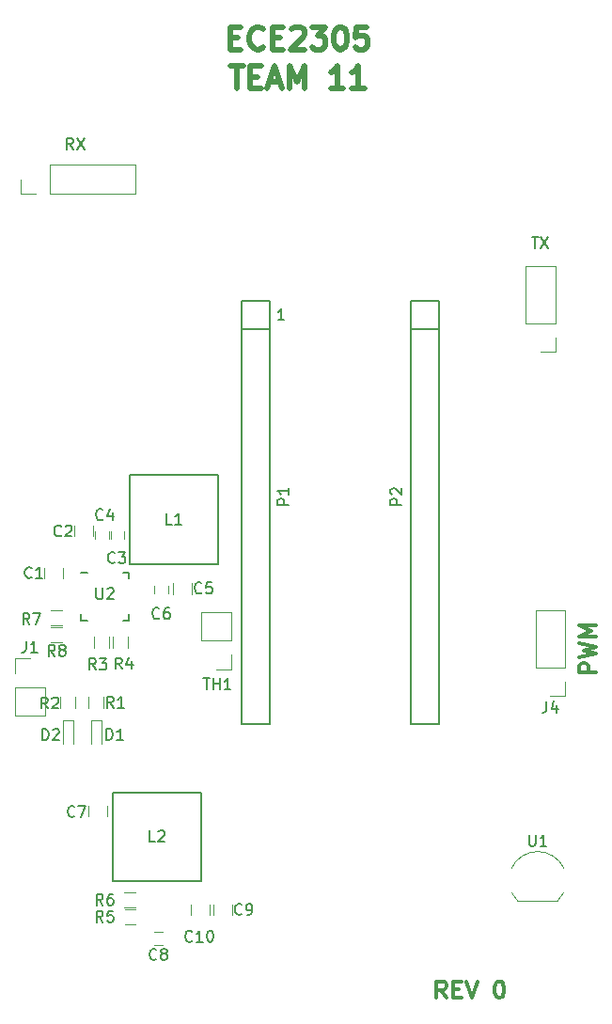
<source format=gbr>
G04 #@! TF.FileFunction,Legend,Top*
%FSLAX46Y46*%
G04 Gerber Fmt 4.6, Leading zero omitted, Abs format (unit mm)*
G04 Created by KiCad (PCBNEW 4.0.6) date 04/05/18 00:59:02*
%MOMM*%
%LPD*%
G01*
G04 APERTURE LIST*
%ADD10C,0.100000*%
%ADD11C,0.300000*%
%ADD12C,0.500000*%
%ADD13C,0.150000*%
%ADD14C,0.120000*%
G04 APERTURE END LIST*
D10*
D11*
X170096571Y-103453143D02*
X168596571Y-103453143D01*
X168596571Y-102881715D01*
X168668000Y-102738857D01*
X168739429Y-102667429D01*
X168882286Y-102596000D01*
X169096571Y-102596000D01*
X169239429Y-102667429D01*
X169310857Y-102738857D01*
X169382286Y-102881715D01*
X169382286Y-103453143D01*
X168596571Y-102096000D02*
X170096571Y-101738857D01*
X169025143Y-101453143D01*
X170096571Y-101167429D01*
X168596571Y-100810286D01*
X170096571Y-100238857D02*
X168596571Y-100238857D01*
X169668000Y-99738857D01*
X168596571Y-99238857D01*
X170096571Y-99238857D01*
X156607144Y-132758571D02*
X156107144Y-132044286D01*
X155750001Y-132758571D02*
X155750001Y-131258571D01*
X156321429Y-131258571D01*
X156464287Y-131330000D01*
X156535715Y-131401429D01*
X156607144Y-131544286D01*
X156607144Y-131758571D01*
X156535715Y-131901429D01*
X156464287Y-131972857D01*
X156321429Y-132044286D01*
X155750001Y-132044286D01*
X157250001Y-131972857D02*
X157750001Y-131972857D01*
X157964287Y-132758571D02*
X157250001Y-132758571D01*
X157250001Y-131258571D01*
X157964287Y-131258571D01*
X158392858Y-131258571D02*
X158892858Y-132758571D01*
X159392858Y-131258571D01*
X161321429Y-131258571D02*
X161464286Y-131258571D01*
X161607143Y-131330000D01*
X161678572Y-131401429D01*
X161750001Y-131544286D01*
X161821429Y-131830000D01*
X161821429Y-132187143D01*
X161750001Y-132472857D01*
X161678572Y-132615714D01*
X161607143Y-132687143D01*
X161464286Y-132758571D01*
X161321429Y-132758571D01*
X161178572Y-132687143D01*
X161107143Y-132615714D01*
X161035715Y-132472857D01*
X160964286Y-132187143D01*
X160964286Y-131830000D01*
X161035715Y-131544286D01*
X161107143Y-131401429D01*
X161178572Y-131330000D01*
X161321429Y-131258571D01*
D12*
X137176642Y-46303643D02*
X137843309Y-46303643D01*
X138129023Y-47351262D02*
X137176642Y-47351262D01*
X137176642Y-45351262D01*
X138129023Y-45351262D01*
X140129024Y-47160786D02*
X140033786Y-47256024D01*
X139748071Y-47351262D01*
X139557595Y-47351262D01*
X139271881Y-47256024D01*
X139081405Y-47065548D01*
X138986166Y-46875071D01*
X138890928Y-46494119D01*
X138890928Y-46208405D01*
X138986166Y-45827452D01*
X139081405Y-45636976D01*
X139271881Y-45446500D01*
X139557595Y-45351262D01*
X139748071Y-45351262D01*
X140033786Y-45446500D01*
X140129024Y-45541738D01*
X140986166Y-46303643D02*
X141652833Y-46303643D01*
X141938547Y-47351262D02*
X140986166Y-47351262D01*
X140986166Y-45351262D01*
X141938547Y-45351262D01*
X142700452Y-45541738D02*
X142795690Y-45446500D01*
X142986167Y-45351262D01*
X143462357Y-45351262D01*
X143652833Y-45446500D01*
X143748071Y-45541738D01*
X143843310Y-45732214D01*
X143843310Y-45922690D01*
X143748071Y-46208405D01*
X142605214Y-47351262D01*
X143843310Y-47351262D01*
X144509976Y-45351262D02*
X145748072Y-45351262D01*
X145081405Y-46113167D01*
X145367119Y-46113167D01*
X145557595Y-46208405D01*
X145652833Y-46303643D01*
X145748072Y-46494119D01*
X145748072Y-46970310D01*
X145652833Y-47160786D01*
X145557595Y-47256024D01*
X145367119Y-47351262D01*
X144795691Y-47351262D01*
X144605214Y-47256024D01*
X144509976Y-47160786D01*
X146986167Y-45351262D02*
X147176643Y-45351262D01*
X147367119Y-45446500D01*
X147462357Y-45541738D01*
X147557595Y-45732214D01*
X147652834Y-46113167D01*
X147652834Y-46589357D01*
X147557595Y-46970310D01*
X147462357Y-47160786D01*
X147367119Y-47256024D01*
X147176643Y-47351262D01*
X146986167Y-47351262D01*
X146795691Y-47256024D01*
X146700453Y-47160786D01*
X146605214Y-46970310D01*
X146509976Y-46589357D01*
X146509976Y-46113167D01*
X146605214Y-45732214D01*
X146700453Y-45541738D01*
X146795691Y-45446500D01*
X146986167Y-45351262D01*
X149462357Y-45351262D02*
X148509976Y-45351262D01*
X148414738Y-46303643D01*
X148509976Y-46208405D01*
X148700453Y-46113167D01*
X149176643Y-46113167D01*
X149367119Y-46208405D01*
X149462357Y-46303643D01*
X149557596Y-46494119D01*
X149557596Y-46970310D01*
X149462357Y-47160786D01*
X149367119Y-47256024D01*
X149176643Y-47351262D01*
X148700453Y-47351262D01*
X148509976Y-47256024D01*
X148414738Y-47160786D01*
X137176642Y-48851262D02*
X138319499Y-48851262D01*
X137748071Y-50851262D02*
X137748071Y-48851262D01*
X138986166Y-49803643D02*
X139652833Y-49803643D01*
X139938547Y-50851262D02*
X138986166Y-50851262D01*
X138986166Y-48851262D01*
X139938547Y-48851262D01*
X140700452Y-50279833D02*
X141652833Y-50279833D01*
X140509976Y-50851262D02*
X141176643Y-48851262D01*
X141843310Y-50851262D01*
X142509976Y-50851262D02*
X142509976Y-48851262D01*
X143176643Y-50279833D01*
X143843310Y-48851262D01*
X143843310Y-50851262D01*
X147367120Y-50851262D02*
X146224262Y-50851262D01*
X146795691Y-50851262D02*
X146795691Y-48851262D01*
X146605215Y-49136976D01*
X146414739Y-49327452D01*
X146224262Y-49422690D01*
X149271882Y-50851262D02*
X148129024Y-50851262D01*
X148700453Y-50851262D02*
X148700453Y-48851262D01*
X148509977Y-49136976D01*
X148319501Y-49327452D01*
X148129024Y-49422690D01*
D13*
X142017715Y-71699381D02*
X141446286Y-71699381D01*
X141732000Y-71699381D02*
X141732000Y-70699381D01*
X141636762Y-70842238D01*
X141541524Y-70937476D01*
X141446286Y-70985095D01*
X140716000Y-72517000D02*
X140716000Y-69977000D01*
X140716000Y-69977000D02*
X138176000Y-69977000D01*
X138176000Y-69977000D02*
X138176000Y-72517000D01*
X140716000Y-72517000D02*
X140716000Y-108077000D01*
X140716000Y-108077000D02*
X138176000Y-108077000D01*
X138176000Y-108077000D02*
X138176000Y-72517000D01*
X138176000Y-72517000D02*
X140716000Y-72517000D01*
X155956000Y-72517000D02*
X155956000Y-69977000D01*
X155956000Y-69977000D02*
X153416000Y-69977000D01*
X153416000Y-69977000D02*
X153416000Y-72517000D01*
X155956000Y-72517000D02*
X155956000Y-108077000D01*
X155956000Y-108077000D02*
X153416000Y-108077000D01*
X153416000Y-108077000D02*
X153416000Y-72517000D01*
X153416000Y-72517000D02*
X155956000Y-72517000D01*
D14*
X120435000Y-94004000D02*
X120435000Y-95004000D01*
X122135000Y-95004000D02*
X122135000Y-94004000D01*
X124802000Y-91194000D02*
X124802000Y-90194000D01*
X123102000Y-90194000D02*
X123102000Y-91194000D01*
X126400000Y-91397000D02*
X126400000Y-90697000D01*
X127600000Y-90697000D02*
X127600000Y-91397000D01*
X125003000Y-91421000D02*
X125003000Y-90721000D01*
X126203000Y-90721000D02*
X126203000Y-91421000D01*
X133692000Y-96385000D02*
X133692000Y-95385000D01*
X131992000Y-95385000D02*
X131992000Y-96385000D01*
X130337000Y-96362000D02*
X130337000Y-95662000D01*
X131537000Y-95662000D02*
X131537000Y-96362000D01*
X126072000Y-116435000D02*
X126072000Y-115435000D01*
X124372000Y-115435000D02*
X124372000Y-116435000D01*
X130333000Y-126781000D02*
X131033000Y-126781000D01*
X131033000Y-127981000D02*
X130333000Y-127981000D01*
X135675000Y-124325000D02*
X135675000Y-125325000D01*
X137375000Y-125325000D02*
X137375000Y-124325000D01*
X133643000Y-124325000D02*
X133643000Y-125325000D01*
X135343000Y-125325000D02*
X135343000Y-124325000D01*
X125595000Y-107755000D02*
X124595000Y-107755000D01*
X124595000Y-107755000D02*
X124595000Y-109855000D01*
X125595000Y-107755000D02*
X125595000Y-109855000D01*
X123055000Y-107755000D02*
X122055000Y-107755000D01*
X122055000Y-107755000D02*
X122055000Y-109855000D01*
X123055000Y-107755000D02*
X123055000Y-109855000D01*
X117796000Y-107375000D02*
X120456000Y-107375000D01*
X117796000Y-104775000D02*
X117796000Y-107375000D01*
X120456000Y-104775000D02*
X120456000Y-107375000D01*
X117796000Y-104775000D02*
X120456000Y-104775000D01*
X117796000Y-103505000D02*
X117796000Y-102175000D01*
X117796000Y-102175000D02*
X119126000Y-102175000D01*
X128584000Y-60385000D02*
X128584000Y-57725000D01*
X120904000Y-60385000D02*
X128584000Y-60385000D01*
X120904000Y-57725000D02*
X128584000Y-57725000D01*
X120904000Y-60385000D02*
X120904000Y-57725000D01*
X119634000Y-60385000D02*
X118304000Y-60385000D01*
X118304000Y-60385000D02*
X118304000Y-59055000D01*
X166430000Y-66869000D02*
X163770000Y-66869000D01*
X166430000Y-72009000D02*
X166430000Y-66869000D01*
X163770000Y-72009000D02*
X163770000Y-66869000D01*
X166430000Y-72009000D02*
X163770000Y-72009000D01*
X166430000Y-73279000D02*
X166430000Y-74609000D01*
X166430000Y-74609000D02*
X165100000Y-74609000D01*
D13*
X136080000Y-85662000D02*
X136080000Y-93662000D01*
X128080000Y-85662000D02*
X136080000Y-85662000D01*
X128080000Y-93662000D02*
X128080000Y-85662000D01*
X136080000Y-93662000D02*
X128080000Y-93662000D01*
X134556000Y-122237000D02*
X126556000Y-122237000D01*
X134556000Y-114237000D02*
X134556000Y-122237000D01*
X126556000Y-114237000D02*
X134556000Y-114237000D01*
X126556000Y-122237000D02*
X126556000Y-114237000D01*
D14*
X124415000Y-106660000D02*
X124415000Y-105660000D01*
X125775000Y-105660000D02*
X125775000Y-106660000D01*
X121875000Y-106660000D02*
X121875000Y-105660000D01*
X123235000Y-105660000D02*
X123235000Y-106660000D01*
X124923000Y-101223000D02*
X124923000Y-100223000D01*
X126283000Y-100223000D02*
X126283000Y-101223000D01*
X127934000Y-100199000D02*
X127934000Y-101199000D01*
X126574000Y-101199000D02*
X126574000Y-100199000D01*
X128655000Y-126156000D02*
X127655000Y-126156000D01*
X127655000Y-124796000D02*
X128655000Y-124796000D01*
X127631000Y-123272000D02*
X128631000Y-123272000D01*
X128631000Y-124632000D02*
X127631000Y-124632000D01*
X121027000Y-97872000D02*
X122027000Y-97872000D01*
X122027000Y-99232000D02*
X121027000Y-99232000D01*
X121027000Y-99396000D02*
X122027000Y-99396000D01*
X122027000Y-100756000D02*
X121027000Y-100756000D01*
X137220000Y-97984000D02*
X134560000Y-97984000D01*
X137220000Y-100584000D02*
X137220000Y-97984000D01*
X134560000Y-100584000D02*
X134560000Y-97984000D01*
X137220000Y-100584000D02*
X134560000Y-100584000D01*
X137220000Y-101854000D02*
X137220000Y-103184000D01*
X137220000Y-103184000D02*
X135890000Y-103184000D01*
X163046000Y-124024000D02*
X166646000Y-124024000D01*
X162521816Y-123296795D02*
G75*
G03X163046000Y-124024000I2324184J1122795D01*
G01*
X162489600Y-121075193D02*
G75*
G02X164846000Y-119574000I2356400J-1098807D01*
G01*
X167202400Y-121075193D02*
G75*
G03X164846000Y-119574000I-2356400J-1098807D01*
G01*
X167170184Y-123296795D02*
G75*
G02X166646000Y-124024000I-2324184J1122795D01*
G01*
D13*
X128034714Y-94443000D02*
X128034714Y-94968000D01*
X123734714Y-98743000D02*
X123734714Y-98218000D01*
X128034714Y-98743000D02*
X128034714Y-98218000D01*
X123734714Y-94443000D02*
X124259714Y-94443000D01*
X123734714Y-98743000D02*
X124259714Y-98743000D01*
X128034714Y-98743000D02*
X127509714Y-98743000D01*
X128034714Y-94443000D02*
X127509714Y-94443000D01*
D14*
X167319000Y-97857000D02*
X164659000Y-97857000D01*
X167319000Y-102997000D02*
X167319000Y-97857000D01*
X164659000Y-102997000D02*
X164659000Y-97857000D01*
X167319000Y-102997000D02*
X164659000Y-102997000D01*
X167319000Y-104267000D02*
X167319000Y-105597000D01*
X167319000Y-105597000D02*
X165989000Y-105597000D01*
D13*
X142438381Y-88368095D02*
X141438381Y-88368095D01*
X141438381Y-87987142D01*
X141486000Y-87891904D01*
X141533619Y-87844285D01*
X141628857Y-87796666D01*
X141771714Y-87796666D01*
X141866952Y-87844285D01*
X141914571Y-87891904D01*
X141962190Y-87987142D01*
X141962190Y-88368095D01*
X142438381Y-86844285D02*
X142438381Y-87415714D01*
X142438381Y-87130000D02*
X141438381Y-87130000D01*
X141581238Y-87225238D01*
X141676476Y-87320476D01*
X141724095Y-87415714D01*
X152598381Y-88368095D02*
X151598381Y-88368095D01*
X151598381Y-87987142D01*
X151646000Y-87891904D01*
X151693619Y-87844285D01*
X151788857Y-87796666D01*
X151931714Y-87796666D01*
X152026952Y-87844285D01*
X152074571Y-87891904D01*
X152122190Y-87987142D01*
X152122190Y-88368095D01*
X151693619Y-87415714D02*
X151646000Y-87368095D01*
X151598381Y-87272857D01*
X151598381Y-87034761D01*
X151646000Y-86939523D01*
X151693619Y-86891904D01*
X151788857Y-86844285D01*
X151884095Y-86844285D01*
X152026952Y-86891904D01*
X152598381Y-87463333D01*
X152598381Y-86844285D01*
X119276834Y-94861143D02*
X119229215Y-94908762D01*
X119086358Y-94956381D01*
X118991120Y-94956381D01*
X118848262Y-94908762D01*
X118753024Y-94813524D01*
X118705405Y-94718286D01*
X118657786Y-94527810D01*
X118657786Y-94384952D01*
X118705405Y-94194476D01*
X118753024Y-94099238D01*
X118848262Y-94004000D01*
X118991120Y-93956381D01*
X119086358Y-93956381D01*
X119229215Y-94004000D01*
X119276834Y-94051619D01*
X120229215Y-94956381D02*
X119657786Y-94956381D01*
X119943500Y-94956381D02*
X119943500Y-93956381D01*
X119848262Y-94099238D01*
X119753024Y-94194476D01*
X119657786Y-94242095D01*
X121943834Y-91098643D02*
X121896215Y-91146262D01*
X121753358Y-91193881D01*
X121658120Y-91193881D01*
X121515262Y-91146262D01*
X121420024Y-91051024D01*
X121372405Y-90955786D01*
X121324786Y-90765310D01*
X121324786Y-90622452D01*
X121372405Y-90431976D01*
X121420024Y-90336738D01*
X121515262Y-90241500D01*
X121658120Y-90193881D01*
X121753358Y-90193881D01*
X121896215Y-90241500D01*
X121943834Y-90289119D01*
X122324786Y-90289119D02*
X122372405Y-90241500D01*
X122467643Y-90193881D01*
X122705739Y-90193881D01*
X122800977Y-90241500D01*
X122848596Y-90289119D01*
X122896215Y-90384357D01*
X122896215Y-90479595D01*
X122848596Y-90622452D01*
X122277167Y-91193881D01*
X122896215Y-91193881D01*
X126769834Y-93511643D02*
X126722215Y-93559262D01*
X126579358Y-93606881D01*
X126484120Y-93606881D01*
X126341262Y-93559262D01*
X126246024Y-93464024D01*
X126198405Y-93368786D01*
X126150786Y-93178310D01*
X126150786Y-93035452D01*
X126198405Y-92844976D01*
X126246024Y-92749738D01*
X126341262Y-92654500D01*
X126484120Y-92606881D01*
X126579358Y-92606881D01*
X126722215Y-92654500D01*
X126769834Y-92702119D01*
X127103167Y-92606881D02*
X127722215Y-92606881D01*
X127388881Y-92987833D01*
X127531739Y-92987833D01*
X127626977Y-93035452D01*
X127674596Y-93083071D01*
X127722215Y-93178310D01*
X127722215Y-93416405D01*
X127674596Y-93511643D01*
X127626977Y-93559262D01*
X127531739Y-93606881D01*
X127246024Y-93606881D01*
X127150786Y-93559262D01*
X127103167Y-93511643D01*
X125690334Y-89638143D02*
X125642715Y-89685762D01*
X125499858Y-89733381D01*
X125404620Y-89733381D01*
X125261762Y-89685762D01*
X125166524Y-89590524D01*
X125118905Y-89495286D01*
X125071286Y-89304810D01*
X125071286Y-89161952D01*
X125118905Y-88971476D01*
X125166524Y-88876238D01*
X125261762Y-88781000D01*
X125404620Y-88733381D01*
X125499858Y-88733381D01*
X125642715Y-88781000D01*
X125690334Y-88828619D01*
X126547477Y-89066714D02*
X126547477Y-89733381D01*
X126309381Y-88685762D02*
X126071286Y-89400048D01*
X126690334Y-89400048D01*
X134580334Y-96242143D02*
X134532715Y-96289762D01*
X134389858Y-96337381D01*
X134294620Y-96337381D01*
X134151762Y-96289762D01*
X134056524Y-96194524D01*
X134008905Y-96099286D01*
X133961286Y-95908810D01*
X133961286Y-95765952D01*
X134008905Y-95575476D01*
X134056524Y-95480238D01*
X134151762Y-95385000D01*
X134294620Y-95337381D01*
X134389858Y-95337381D01*
X134532715Y-95385000D01*
X134580334Y-95432619D01*
X135485096Y-95337381D02*
X135008905Y-95337381D01*
X134961286Y-95813571D01*
X135008905Y-95765952D01*
X135104143Y-95718333D01*
X135342239Y-95718333D01*
X135437477Y-95765952D01*
X135485096Y-95813571D01*
X135532715Y-95908810D01*
X135532715Y-96146905D01*
X135485096Y-96242143D01*
X135437477Y-96289762D01*
X135342239Y-96337381D01*
X135104143Y-96337381D01*
X135008905Y-96289762D01*
X134961286Y-96242143D01*
X130770334Y-98528143D02*
X130722715Y-98575762D01*
X130579858Y-98623381D01*
X130484620Y-98623381D01*
X130341762Y-98575762D01*
X130246524Y-98480524D01*
X130198905Y-98385286D01*
X130151286Y-98194810D01*
X130151286Y-98051952D01*
X130198905Y-97861476D01*
X130246524Y-97766238D01*
X130341762Y-97671000D01*
X130484620Y-97623381D01*
X130579858Y-97623381D01*
X130722715Y-97671000D01*
X130770334Y-97718619D01*
X131627477Y-97623381D02*
X131437000Y-97623381D01*
X131341762Y-97671000D01*
X131294143Y-97718619D01*
X131198905Y-97861476D01*
X131151286Y-98051952D01*
X131151286Y-98432905D01*
X131198905Y-98528143D01*
X131246524Y-98575762D01*
X131341762Y-98623381D01*
X131532239Y-98623381D01*
X131627477Y-98575762D01*
X131675096Y-98528143D01*
X131722715Y-98432905D01*
X131722715Y-98194810D01*
X131675096Y-98099571D01*
X131627477Y-98051952D01*
X131532239Y-98004333D01*
X131341762Y-98004333D01*
X131246524Y-98051952D01*
X131198905Y-98099571D01*
X131151286Y-98194810D01*
X123150334Y-116371643D02*
X123102715Y-116419262D01*
X122959858Y-116466881D01*
X122864620Y-116466881D01*
X122721762Y-116419262D01*
X122626524Y-116324024D01*
X122578905Y-116228786D01*
X122531286Y-116038310D01*
X122531286Y-115895452D01*
X122578905Y-115704976D01*
X122626524Y-115609738D01*
X122721762Y-115514500D01*
X122864620Y-115466881D01*
X122959858Y-115466881D01*
X123102715Y-115514500D01*
X123150334Y-115562119D01*
X123483667Y-115466881D02*
X124150334Y-115466881D01*
X123721762Y-116466881D01*
X130516334Y-129238143D02*
X130468715Y-129285762D01*
X130325858Y-129333381D01*
X130230620Y-129333381D01*
X130087762Y-129285762D01*
X129992524Y-129190524D01*
X129944905Y-129095286D01*
X129897286Y-128904810D01*
X129897286Y-128761952D01*
X129944905Y-128571476D01*
X129992524Y-128476238D01*
X130087762Y-128381000D01*
X130230620Y-128333381D01*
X130325858Y-128333381D01*
X130468715Y-128381000D01*
X130516334Y-128428619D01*
X131087762Y-128761952D02*
X130992524Y-128714333D01*
X130944905Y-128666714D01*
X130897286Y-128571476D01*
X130897286Y-128523857D01*
X130944905Y-128428619D01*
X130992524Y-128381000D01*
X131087762Y-128333381D01*
X131278239Y-128333381D01*
X131373477Y-128381000D01*
X131421096Y-128428619D01*
X131468715Y-128523857D01*
X131468715Y-128571476D01*
X131421096Y-128666714D01*
X131373477Y-128714333D01*
X131278239Y-128761952D01*
X131087762Y-128761952D01*
X130992524Y-128809571D01*
X130944905Y-128857190D01*
X130897286Y-128952429D01*
X130897286Y-129142905D01*
X130944905Y-129238143D01*
X130992524Y-129285762D01*
X131087762Y-129333381D01*
X131278239Y-129333381D01*
X131373477Y-129285762D01*
X131421096Y-129238143D01*
X131468715Y-129142905D01*
X131468715Y-128952429D01*
X131421096Y-128857190D01*
X131373477Y-128809571D01*
X131278239Y-128761952D01*
X138199834Y-125182143D02*
X138152215Y-125229762D01*
X138009358Y-125277381D01*
X137914120Y-125277381D01*
X137771262Y-125229762D01*
X137676024Y-125134524D01*
X137628405Y-125039286D01*
X137580786Y-124848810D01*
X137580786Y-124705952D01*
X137628405Y-124515476D01*
X137676024Y-124420238D01*
X137771262Y-124325000D01*
X137914120Y-124277381D01*
X138009358Y-124277381D01*
X138152215Y-124325000D01*
X138199834Y-124372619D01*
X138676024Y-125277381D02*
X138866500Y-125277381D01*
X138961739Y-125229762D01*
X139009358Y-125182143D01*
X139104596Y-125039286D01*
X139152215Y-124848810D01*
X139152215Y-124467857D01*
X139104596Y-124372619D01*
X139056977Y-124325000D01*
X138961739Y-124277381D01*
X138771262Y-124277381D01*
X138676024Y-124325000D01*
X138628405Y-124372619D01*
X138580786Y-124467857D01*
X138580786Y-124705952D01*
X138628405Y-124801190D01*
X138676024Y-124848810D01*
X138771262Y-124896429D01*
X138961739Y-124896429D01*
X139056977Y-124848810D01*
X139104596Y-124801190D01*
X139152215Y-124705952D01*
X133723143Y-127611143D02*
X133675524Y-127658762D01*
X133532667Y-127706381D01*
X133437429Y-127706381D01*
X133294571Y-127658762D01*
X133199333Y-127563524D01*
X133151714Y-127468286D01*
X133104095Y-127277810D01*
X133104095Y-127134952D01*
X133151714Y-126944476D01*
X133199333Y-126849238D01*
X133294571Y-126754000D01*
X133437429Y-126706381D01*
X133532667Y-126706381D01*
X133675524Y-126754000D01*
X133723143Y-126801619D01*
X134675524Y-127706381D02*
X134104095Y-127706381D01*
X134389809Y-127706381D02*
X134389809Y-126706381D01*
X134294571Y-126849238D01*
X134199333Y-126944476D01*
X134104095Y-126992095D01*
X135294571Y-126706381D02*
X135389810Y-126706381D01*
X135485048Y-126754000D01*
X135532667Y-126801619D01*
X135580286Y-126896857D01*
X135627905Y-127087333D01*
X135627905Y-127325429D01*
X135580286Y-127515905D01*
X135532667Y-127611143D01*
X135485048Y-127658762D01*
X135389810Y-127706381D01*
X135294571Y-127706381D01*
X135199333Y-127658762D01*
X135151714Y-127611143D01*
X135104095Y-127515905D01*
X135056476Y-127325429D01*
X135056476Y-127087333D01*
X135104095Y-126896857D01*
X135151714Y-126801619D01*
X135199333Y-126754000D01*
X135294571Y-126706381D01*
X126007905Y-109507381D02*
X126007905Y-108507381D01*
X126246000Y-108507381D01*
X126388858Y-108555000D01*
X126484096Y-108650238D01*
X126531715Y-108745476D01*
X126579334Y-108935952D01*
X126579334Y-109078810D01*
X126531715Y-109269286D01*
X126484096Y-109364524D01*
X126388858Y-109459762D01*
X126246000Y-109507381D01*
X126007905Y-109507381D01*
X127531715Y-109507381D02*
X126960286Y-109507381D01*
X127246000Y-109507381D02*
X127246000Y-108507381D01*
X127150762Y-108650238D01*
X127055524Y-108745476D01*
X126960286Y-108793095D01*
X120229405Y-109545381D02*
X120229405Y-108545381D01*
X120467500Y-108545381D01*
X120610358Y-108593000D01*
X120705596Y-108688238D01*
X120753215Y-108783476D01*
X120800834Y-108973952D01*
X120800834Y-109116810D01*
X120753215Y-109307286D01*
X120705596Y-109402524D01*
X120610358Y-109497762D01*
X120467500Y-109545381D01*
X120229405Y-109545381D01*
X121181786Y-108640619D02*
X121229405Y-108593000D01*
X121324643Y-108545381D01*
X121562739Y-108545381D01*
X121657977Y-108593000D01*
X121705596Y-108640619D01*
X121753215Y-108735857D01*
X121753215Y-108831095D01*
X121705596Y-108973952D01*
X121134167Y-109545381D01*
X121753215Y-109545381D01*
X118792667Y-100627381D02*
X118792667Y-101341667D01*
X118745047Y-101484524D01*
X118649809Y-101579762D01*
X118506952Y-101627381D01*
X118411714Y-101627381D01*
X119792667Y-101627381D02*
X119221238Y-101627381D01*
X119506952Y-101627381D02*
X119506952Y-100627381D01*
X119411714Y-100770238D01*
X119316476Y-100865476D01*
X119221238Y-100913095D01*
X123023334Y-56332381D02*
X122690000Y-55856190D01*
X122451905Y-56332381D02*
X122451905Y-55332381D01*
X122832858Y-55332381D01*
X122928096Y-55380000D01*
X122975715Y-55427619D01*
X123023334Y-55522857D01*
X123023334Y-55665714D01*
X122975715Y-55760952D01*
X122928096Y-55808571D01*
X122832858Y-55856190D01*
X122451905Y-55856190D01*
X123356667Y-55332381D02*
X124023334Y-56332381D01*
X124023334Y-55332381D02*
X123356667Y-56332381D01*
X164338095Y-64222381D02*
X164909524Y-64222381D01*
X164623809Y-65222381D02*
X164623809Y-64222381D01*
X165147619Y-64222381D02*
X165814286Y-65222381D01*
X165814286Y-64222381D02*
X165147619Y-65222381D01*
X131913334Y-90114381D02*
X131437143Y-90114381D01*
X131437143Y-89114381D01*
X132770477Y-90114381D02*
X132199048Y-90114381D01*
X132484762Y-90114381D02*
X132484762Y-89114381D01*
X132389524Y-89257238D01*
X132294286Y-89352476D01*
X132199048Y-89400095D01*
X130389334Y-118689381D02*
X129913143Y-118689381D01*
X129913143Y-117689381D01*
X130675048Y-117784619D02*
X130722667Y-117737000D01*
X130817905Y-117689381D01*
X131056001Y-117689381D01*
X131151239Y-117737000D01*
X131198858Y-117784619D01*
X131246477Y-117879857D01*
X131246477Y-117975095D01*
X131198858Y-118117952D01*
X130627429Y-118689381D01*
X131246477Y-118689381D01*
X126642834Y-106624381D02*
X126309500Y-106148190D01*
X126071405Y-106624381D02*
X126071405Y-105624381D01*
X126452358Y-105624381D01*
X126547596Y-105672000D01*
X126595215Y-105719619D01*
X126642834Y-105814857D01*
X126642834Y-105957714D01*
X126595215Y-106052952D01*
X126547596Y-106100571D01*
X126452358Y-106148190D01*
X126071405Y-106148190D01*
X127595215Y-106624381D02*
X127023786Y-106624381D01*
X127309500Y-106624381D02*
X127309500Y-105624381D01*
X127214262Y-105767238D01*
X127119024Y-105862476D01*
X127023786Y-105910095D01*
X120737334Y-106687881D02*
X120404000Y-106211690D01*
X120165905Y-106687881D02*
X120165905Y-105687881D01*
X120546858Y-105687881D01*
X120642096Y-105735500D01*
X120689715Y-105783119D01*
X120737334Y-105878357D01*
X120737334Y-106021214D01*
X120689715Y-106116452D01*
X120642096Y-106164071D01*
X120546858Y-106211690D01*
X120165905Y-106211690D01*
X121118286Y-105783119D02*
X121165905Y-105735500D01*
X121261143Y-105687881D01*
X121499239Y-105687881D01*
X121594477Y-105735500D01*
X121642096Y-105783119D01*
X121689715Y-105878357D01*
X121689715Y-105973595D01*
X121642096Y-106116452D01*
X121070667Y-106687881D01*
X121689715Y-106687881D01*
X125055334Y-103195381D02*
X124722000Y-102719190D01*
X124483905Y-103195381D02*
X124483905Y-102195381D01*
X124864858Y-102195381D01*
X124960096Y-102243000D01*
X125007715Y-102290619D01*
X125055334Y-102385857D01*
X125055334Y-102528714D01*
X125007715Y-102623952D01*
X124960096Y-102671571D01*
X124864858Y-102719190D01*
X124483905Y-102719190D01*
X125388667Y-102195381D02*
X126007715Y-102195381D01*
X125674381Y-102576333D01*
X125817239Y-102576333D01*
X125912477Y-102623952D01*
X125960096Y-102671571D01*
X126007715Y-102766810D01*
X126007715Y-103004905D01*
X125960096Y-103100143D01*
X125912477Y-103147762D01*
X125817239Y-103195381D01*
X125531524Y-103195381D01*
X125436286Y-103147762D01*
X125388667Y-103100143D01*
X127404834Y-103131881D02*
X127071500Y-102655690D01*
X126833405Y-103131881D02*
X126833405Y-102131881D01*
X127214358Y-102131881D01*
X127309596Y-102179500D01*
X127357215Y-102227119D01*
X127404834Y-102322357D01*
X127404834Y-102465214D01*
X127357215Y-102560452D01*
X127309596Y-102608071D01*
X127214358Y-102655690D01*
X126833405Y-102655690D01*
X128261977Y-102465214D02*
X128261977Y-103131881D01*
X128023881Y-102084262D02*
X127785786Y-102798548D01*
X128404834Y-102798548D01*
X125690334Y-125928381D02*
X125357000Y-125452190D01*
X125118905Y-125928381D02*
X125118905Y-124928381D01*
X125499858Y-124928381D01*
X125595096Y-124976000D01*
X125642715Y-125023619D01*
X125690334Y-125118857D01*
X125690334Y-125261714D01*
X125642715Y-125356952D01*
X125595096Y-125404571D01*
X125499858Y-125452190D01*
X125118905Y-125452190D01*
X126595096Y-124928381D02*
X126118905Y-124928381D01*
X126071286Y-125404571D01*
X126118905Y-125356952D01*
X126214143Y-125309333D01*
X126452239Y-125309333D01*
X126547477Y-125356952D01*
X126595096Y-125404571D01*
X126642715Y-125499810D01*
X126642715Y-125737905D01*
X126595096Y-125833143D01*
X126547477Y-125880762D01*
X126452239Y-125928381D01*
X126214143Y-125928381D01*
X126118905Y-125880762D01*
X126071286Y-125833143D01*
X125690334Y-124404381D02*
X125357000Y-123928190D01*
X125118905Y-124404381D02*
X125118905Y-123404381D01*
X125499858Y-123404381D01*
X125595096Y-123452000D01*
X125642715Y-123499619D01*
X125690334Y-123594857D01*
X125690334Y-123737714D01*
X125642715Y-123832952D01*
X125595096Y-123880571D01*
X125499858Y-123928190D01*
X125118905Y-123928190D01*
X126547477Y-123404381D02*
X126357000Y-123404381D01*
X126261762Y-123452000D01*
X126214143Y-123499619D01*
X126118905Y-123642476D01*
X126071286Y-123832952D01*
X126071286Y-124213905D01*
X126118905Y-124309143D01*
X126166524Y-124356762D01*
X126261762Y-124404381D01*
X126452239Y-124404381D01*
X126547477Y-124356762D01*
X126595096Y-124309143D01*
X126642715Y-124213905D01*
X126642715Y-123975810D01*
X126595096Y-123880571D01*
X126547477Y-123832952D01*
X126452239Y-123785333D01*
X126261762Y-123785333D01*
X126166524Y-123832952D01*
X126118905Y-123880571D01*
X126071286Y-123975810D01*
X119086334Y-99131381D02*
X118753000Y-98655190D01*
X118514905Y-99131381D02*
X118514905Y-98131381D01*
X118895858Y-98131381D01*
X118991096Y-98179000D01*
X119038715Y-98226619D01*
X119086334Y-98321857D01*
X119086334Y-98464714D01*
X119038715Y-98559952D01*
X118991096Y-98607571D01*
X118895858Y-98655190D01*
X118514905Y-98655190D01*
X119419667Y-98131381D02*
X120086334Y-98131381D01*
X119657762Y-99131381D01*
X121360334Y-101978381D02*
X121027000Y-101502190D01*
X120788905Y-101978381D02*
X120788905Y-100978381D01*
X121169858Y-100978381D01*
X121265096Y-101026000D01*
X121312715Y-101073619D01*
X121360334Y-101168857D01*
X121360334Y-101311714D01*
X121312715Y-101406952D01*
X121265096Y-101454571D01*
X121169858Y-101502190D01*
X120788905Y-101502190D01*
X121931762Y-101406952D02*
X121836524Y-101359333D01*
X121788905Y-101311714D01*
X121741286Y-101216476D01*
X121741286Y-101168857D01*
X121788905Y-101073619D01*
X121836524Y-101026000D01*
X121931762Y-100978381D01*
X122122239Y-100978381D01*
X122217477Y-101026000D01*
X122265096Y-101073619D01*
X122312715Y-101168857D01*
X122312715Y-101216476D01*
X122265096Y-101311714D01*
X122217477Y-101359333D01*
X122122239Y-101406952D01*
X121931762Y-101406952D01*
X121836524Y-101454571D01*
X121788905Y-101502190D01*
X121741286Y-101597429D01*
X121741286Y-101787905D01*
X121788905Y-101883143D01*
X121836524Y-101930762D01*
X121931762Y-101978381D01*
X122122239Y-101978381D01*
X122217477Y-101930762D01*
X122265096Y-101883143D01*
X122312715Y-101787905D01*
X122312715Y-101597429D01*
X122265096Y-101502190D01*
X122217477Y-101454571D01*
X122122239Y-101406952D01*
X134731286Y-103973381D02*
X135302715Y-103973381D01*
X135017000Y-104973381D02*
X135017000Y-103973381D01*
X135636048Y-104973381D02*
X135636048Y-103973381D01*
X135636048Y-104449571D02*
X136207477Y-104449571D01*
X136207477Y-104973381D02*
X136207477Y-103973381D01*
X137207477Y-104973381D02*
X136636048Y-104973381D01*
X136921762Y-104973381D02*
X136921762Y-103973381D01*
X136826524Y-104116238D01*
X136731286Y-104211476D01*
X136636048Y-104259095D01*
X164084095Y-118066381D02*
X164084095Y-118875905D01*
X164131714Y-118971143D01*
X164179333Y-119018762D01*
X164274571Y-119066381D01*
X164465048Y-119066381D01*
X164560286Y-119018762D01*
X164607905Y-118971143D01*
X164655524Y-118875905D01*
X164655524Y-118066381D01*
X165655524Y-119066381D02*
X165084095Y-119066381D01*
X165369809Y-119066381D02*
X165369809Y-118066381D01*
X165274571Y-118209238D01*
X165179333Y-118304476D01*
X165084095Y-118352095D01*
X125095095Y-95845381D02*
X125095095Y-96654905D01*
X125142714Y-96750143D01*
X125190333Y-96797762D01*
X125285571Y-96845381D01*
X125476048Y-96845381D01*
X125571286Y-96797762D01*
X125618905Y-96750143D01*
X125666524Y-96654905D01*
X125666524Y-95845381D01*
X126095095Y-95940619D02*
X126142714Y-95893000D01*
X126237952Y-95845381D01*
X126476048Y-95845381D01*
X126571286Y-95893000D01*
X126618905Y-95940619D01*
X126666524Y-96035857D01*
X126666524Y-96131095D01*
X126618905Y-96273952D01*
X126047476Y-96845381D01*
X126666524Y-96845381D01*
X165655667Y-106049381D02*
X165655667Y-106763667D01*
X165608047Y-106906524D01*
X165512809Y-107001762D01*
X165369952Y-107049381D01*
X165274714Y-107049381D01*
X166560429Y-106382714D02*
X166560429Y-107049381D01*
X166322333Y-106001762D02*
X166084238Y-106716048D01*
X166703286Y-106716048D01*
M02*

</source>
